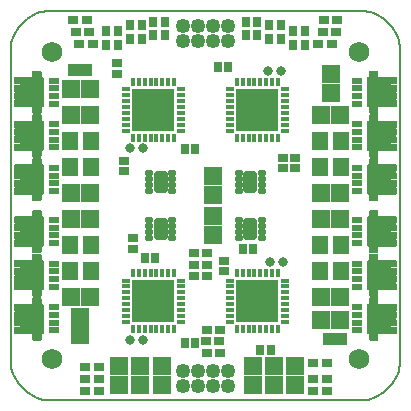
<source format=gbs>
G04*
G04 #@! TF.GenerationSoftware,Altium Limited,Altium Designer,22.11.1 (43)*
G04*
G04 Layer_Color=16711935*
%FSLAX25Y25*%
%MOIN*%
G70*
G04*
G04 #@! TF.SameCoordinates,068BE47B-EC71-4F73-AC5B-A776348265D8*
G04*
G04*
G04 #@! TF.FilePolarity,Negative*
G04*
G01*
G75*
%ADD15C,0.00500*%
%ADD19R,0.03753X0.03162*%
%ADD20R,0.03320X0.03162*%
%ADD21R,0.03162X0.03320*%
%ADD24R,0.03162X0.03753*%
%ADD25R,0.04934X0.03950*%
%ADD26R,0.03359X0.03950*%
%ADD31R,0.03950X0.02139*%
%ADD32R,0.03398X0.02454*%
%ADD34R,0.06312X0.05918*%
%ADD36R,0.05918X0.06312*%
%ADD42C,0.04934*%
%ADD43C,0.06800*%
%ADD87C,0.03300*%
G04:AMPARAMS|DCode=88|XSize=43.43mil|YSize=70.99mil|CornerRadius=4.89mil|HoleSize=0mil|Usage=FLASHONLY|Rotation=0.000|XOffset=0mil|YOffset=0mil|HoleType=Round|Shape=RoundedRectangle|*
%AMROUNDEDRECTD88*
21,1,0.04343,0.06122,0,0,0.0*
21,1,0.03366,0.07099,0,0,0.0*
1,1,0.00977,0.01683,-0.03061*
1,1,0.00977,-0.01683,-0.03061*
1,1,0.00977,-0.01683,0.03061*
1,1,0.00977,0.01683,0.03061*
%
%ADD88ROUNDEDRECTD88*%
G04:AMPARAMS|DCode=89|XSize=27.69mil|YSize=17.84mil|CornerRadius=5.23mil|HoleSize=0mil|Usage=FLASHONLY|Rotation=0.000|XOffset=0mil|YOffset=0mil|HoleType=Round|Shape=RoundedRectangle|*
%AMROUNDEDRECTD89*
21,1,0.02769,0.00738,0,0,0.0*
21,1,0.01722,0.01784,0,0,0.0*
1,1,0.01046,0.00861,-0.00369*
1,1,0.01046,-0.00861,-0.00369*
1,1,0.01046,-0.00861,0.00369*
1,1,0.01046,0.00861,0.00369*
%
%ADD89ROUNDEDRECTD89*%
%ADD90R,0.02764X0.01583*%
%ADD91R,0.01583X0.02764*%
%ADD92R,0.02762X0.01581*%
%ADD93R,0.13983X0.13983*%
%ADD94R,0.01581X0.02762*%
%ADD95R,0.05328X0.06115*%
G36*
X-54987Y-30587D02*
X-54936Y-30597D01*
X-54886Y-30614D01*
X-54839Y-30637D01*
X-54795Y-30666D01*
X-54756Y-30701D01*
X-54721Y-30740D01*
X-54692Y-30784D01*
X-54669Y-30831D01*
X-54652Y-30880D01*
X-54642Y-30932D01*
X-54638Y-30984D01*
Y-32729D01*
X-54331D01*
X-54278Y-32732D01*
X-54227Y-32743D01*
X-54177Y-32760D01*
X-54130Y-32783D01*
X-54087Y-32812D01*
X-54047Y-32847D01*
X-54013Y-32886D01*
X-53984Y-32930D01*
X-53960Y-32976D01*
X-53944Y-33026D01*
X-53933Y-33078D01*
X-53930Y-33130D01*
Y-42461D01*
X-53933Y-42513D01*
X-53944Y-42564D01*
X-53960Y-42614D01*
X-53984Y-42661D01*
X-54013Y-42705D01*
X-54047Y-42744D01*
X-54087Y-42779D01*
X-54130Y-42808D01*
X-54177Y-42831D01*
X-54227Y-42848D01*
X-54278Y-42858D01*
X-54331Y-42862D01*
X-54638D01*
Y-44606D01*
X-54642Y-44659D01*
X-54652Y-44710D01*
X-54669Y-44760D01*
X-54692Y-44807D01*
X-54721Y-44850D01*
X-54756Y-44890D01*
X-54795Y-44924D01*
X-54839Y-44953D01*
X-54886Y-44977D01*
X-54936Y-44993D01*
X-54987Y-45004D01*
X-55039Y-45007D01*
X-57284D01*
X-57336Y-45004D01*
X-57387Y-44993D01*
X-57437Y-44977D01*
X-57484Y-44953D01*
X-57528Y-44924D01*
X-57567Y-44890D01*
X-57601Y-44850D01*
X-57631Y-44807D01*
X-57654Y-44760D01*
X-57671Y-44710D01*
X-57681Y-44659D01*
X-57684Y-44606D01*
Y-42862D01*
X-63386D01*
X-63438Y-42858D01*
X-63490Y-42848D01*
X-63539Y-42831D01*
X-63586Y-42808D01*
X-63630Y-42779D01*
X-63669Y-42744D01*
X-63704Y-42705D01*
X-63733Y-42661D01*
X-63756Y-42614D01*
X-63773Y-42564D01*
X-63783Y-42513D01*
X-63787Y-42461D01*
Y-40807D01*
X-63783Y-40755D01*
X-63773Y-40703D01*
X-63756Y-40654D01*
X-63733Y-40607D01*
X-63704Y-40563D01*
X-63669Y-40524D01*
X-63630Y-40489D01*
X-63586Y-40460D01*
X-63539Y-40437D01*
X-63490Y-40420D01*
X-63438Y-40410D01*
X-63386Y-40406D01*
X-61936D01*
Y-40302D01*
X-63386D01*
X-63438Y-40299D01*
X-63490Y-40289D01*
X-63539Y-40272D01*
X-63586Y-40249D01*
X-63630Y-40220D01*
X-63669Y-40185D01*
X-63704Y-40146D01*
X-63733Y-40102D01*
X-63756Y-40055D01*
X-63773Y-40005D01*
X-63783Y-39954D01*
X-63787Y-39902D01*
Y-38248D01*
X-63783Y-38196D01*
X-63773Y-38144D01*
X-63756Y-38095D01*
X-63733Y-38048D01*
X-63704Y-38004D01*
X-63669Y-37965D01*
X-63630Y-37930D01*
X-63586Y-37901D01*
X-63539Y-37878D01*
X-63490Y-37861D01*
X-63438Y-37851D01*
X-63386Y-37847D01*
X-61936D01*
Y-37743D01*
X-63386D01*
X-63438Y-37740D01*
X-63490Y-37730D01*
X-63539Y-37713D01*
X-63586Y-37690D01*
X-63630Y-37661D01*
X-63669Y-37626D01*
X-63704Y-37587D01*
X-63733Y-37543D01*
X-63756Y-37496D01*
X-63773Y-37446D01*
X-63783Y-37395D01*
X-63787Y-37343D01*
Y-35689D01*
X-63783Y-35637D01*
X-63773Y-35585D01*
X-63756Y-35536D01*
X-63733Y-35489D01*
X-63704Y-35445D01*
X-63669Y-35405D01*
X-63630Y-35371D01*
X-63586Y-35342D01*
X-63539Y-35319D01*
X-63490Y-35302D01*
X-63438Y-35292D01*
X-63386Y-35288D01*
X-61936D01*
Y-35184D01*
X-63386D01*
X-63438Y-35181D01*
X-63490Y-35171D01*
X-63539Y-35154D01*
X-63586Y-35131D01*
X-63630Y-35102D01*
X-63669Y-35067D01*
X-63704Y-35028D01*
X-63733Y-34984D01*
X-63756Y-34937D01*
X-63773Y-34887D01*
X-63783Y-34836D01*
X-63787Y-34784D01*
Y-33130D01*
X-63783Y-33078D01*
X-63773Y-33026D01*
X-63756Y-32976D01*
X-63733Y-32930D01*
X-63704Y-32886D01*
X-63669Y-32847D01*
X-63630Y-32812D01*
X-63586Y-32783D01*
X-63539Y-32760D01*
X-63490Y-32743D01*
X-63438Y-32732D01*
X-63386Y-32729D01*
X-57684D01*
Y-30984D01*
X-57681Y-30932D01*
X-57671Y-30880D01*
X-57654Y-30831D01*
X-57631Y-30784D01*
X-57601Y-30740D01*
X-57567Y-30701D01*
X-57528Y-30666D01*
X-57484Y-30637D01*
X-57437Y-30614D01*
X-57387Y-30597D01*
X-57336Y-30587D01*
X-57284Y-30583D01*
X-55039D01*
X-54987Y-30587D01*
D02*
G37*
G36*
Y-16020D02*
X-54936Y-16030D01*
X-54886Y-16047D01*
X-54839Y-16070D01*
X-54795Y-16099D01*
X-54756Y-16134D01*
X-54721Y-16173D01*
X-54692Y-16217D01*
X-54669Y-16264D01*
X-54652Y-16314D01*
X-54642Y-16365D01*
X-54638Y-16417D01*
Y-18162D01*
X-54331D01*
X-54278Y-18166D01*
X-54227Y-18176D01*
X-54177Y-18193D01*
X-54130Y-18216D01*
X-54087Y-18245D01*
X-54047Y-18280D01*
X-54013Y-18319D01*
X-53984Y-18363D01*
X-53960Y-18410D01*
X-53944Y-18459D01*
X-53933Y-18511D01*
X-53930Y-18563D01*
Y-27894D01*
X-53933Y-27946D01*
X-53944Y-27997D01*
X-53960Y-28047D01*
X-53984Y-28094D01*
X-54013Y-28138D01*
X-54047Y-28177D01*
X-54087Y-28212D01*
X-54130Y-28241D01*
X-54177Y-28264D01*
X-54227Y-28281D01*
X-54278Y-28291D01*
X-54331Y-28295D01*
X-54638D01*
Y-30039D01*
X-54642Y-30092D01*
X-54652Y-30143D01*
X-54669Y-30193D01*
X-54692Y-30240D01*
X-54721Y-30283D01*
X-54756Y-30323D01*
X-54795Y-30357D01*
X-54839Y-30386D01*
X-54886Y-30410D01*
X-54936Y-30427D01*
X-54987Y-30437D01*
X-55039Y-30440D01*
X-57284D01*
X-57336Y-30437D01*
X-57387Y-30427D01*
X-57437Y-30410D01*
X-57484Y-30386D01*
X-57528Y-30357D01*
X-57567Y-30323D01*
X-57601Y-30283D01*
X-57631Y-30240D01*
X-57654Y-30193D01*
X-57671Y-30143D01*
X-57681Y-30092D01*
X-57684Y-30039D01*
Y-28295D01*
X-63386D01*
X-63438Y-28291D01*
X-63490Y-28281D01*
X-63539Y-28264D01*
X-63586Y-28241D01*
X-63630Y-28212D01*
X-63669Y-28177D01*
X-63704Y-28138D01*
X-63733Y-28094D01*
X-63756Y-28047D01*
X-63773Y-27997D01*
X-63783Y-27946D01*
X-63787Y-27894D01*
Y-26240D01*
X-63783Y-26188D01*
X-63773Y-26136D01*
X-63756Y-26087D01*
X-63733Y-26040D01*
X-63704Y-25996D01*
X-63669Y-25957D01*
X-63630Y-25922D01*
X-63586Y-25893D01*
X-63539Y-25870D01*
X-63490Y-25853D01*
X-63438Y-25843D01*
X-63386Y-25839D01*
X-61936D01*
Y-25736D01*
X-63386D01*
X-63438Y-25732D01*
X-63490Y-25722D01*
X-63539Y-25705D01*
X-63586Y-25682D01*
X-63630Y-25653D01*
X-63669Y-25618D01*
X-63704Y-25579D01*
X-63733Y-25535D01*
X-63756Y-25488D01*
X-63773Y-25438D01*
X-63783Y-25387D01*
X-63787Y-25335D01*
Y-23681D01*
X-63783Y-23629D01*
X-63773Y-23577D01*
X-63756Y-23528D01*
X-63733Y-23481D01*
X-63704Y-23437D01*
X-63669Y-23398D01*
X-63630Y-23363D01*
X-63586Y-23334D01*
X-63539Y-23311D01*
X-63490Y-23294D01*
X-63438Y-23284D01*
X-63386Y-23280D01*
X-61936D01*
Y-23176D01*
X-63386D01*
X-63438Y-23173D01*
X-63490Y-23163D01*
X-63539Y-23146D01*
X-63586Y-23123D01*
X-63630Y-23094D01*
X-63669Y-23059D01*
X-63704Y-23020D01*
X-63733Y-22976D01*
X-63756Y-22929D01*
X-63773Y-22879D01*
X-63783Y-22828D01*
X-63787Y-22776D01*
Y-21122D01*
X-63783Y-21070D01*
X-63773Y-21018D01*
X-63756Y-20969D01*
X-63733Y-20922D01*
X-63704Y-20878D01*
X-63669Y-20839D01*
X-63630Y-20804D01*
X-63586Y-20775D01*
X-63539Y-20752D01*
X-63490Y-20735D01*
X-63438Y-20725D01*
X-63386Y-20721D01*
X-61936D01*
Y-20617D01*
X-63386D01*
X-63438Y-20614D01*
X-63490Y-20604D01*
X-63539Y-20587D01*
X-63586Y-20564D01*
X-63630Y-20535D01*
X-63669Y-20500D01*
X-63704Y-20461D01*
X-63733Y-20417D01*
X-63756Y-20370D01*
X-63773Y-20320D01*
X-63783Y-20269D01*
X-63787Y-20216D01*
Y-18563D01*
X-63783Y-18511D01*
X-63773Y-18459D01*
X-63756Y-18410D01*
X-63733Y-18363D01*
X-63704Y-18319D01*
X-63669Y-18280D01*
X-63630Y-18245D01*
X-63586Y-18216D01*
X-63539Y-18193D01*
X-63490Y-18176D01*
X-63438Y-18166D01*
X-63386Y-18162D01*
X-57684D01*
Y-16417D01*
X-57681Y-16365D01*
X-57671Y-16314D01*
X-57654Y-16264D01*
X-57631Y-16217D01*
X-57601Y-16173D01*
X-57567Y-16134D01*
X-57528Y-16099D01*
X-57484Y-16070D01*
X-57437Y-16047D01*
X-57387Y-16030D01*
X-57336Y-16020D01*
X-57284Y-16016D01*
X-55039D01*
X-54987Y-16020D01*
D02*
G37*
G36*
Y-1453D02*
X-54936Y-1463D01*
X-54886Y-1480D01*
X-54839Y-1503D01*
X-54795Y-1532D01*
X-54756Y-1567D01*
X-54721Y-1606D01*
X-54692Y-1650D01*
X-54669Y-1697D01*
X-54652Y-1747D01*
X-54642Y-1798D01*
X-54638Y-1850D01*
Y-3595D01*
X-54331D01*
X-54278Y-3599D01*
X-54227Y-3609D01*
X-54177Y-3626D01*
X-54130Y-3649D01*
X-54087Y-3678D01*
X-54047Y-3713D01*
X-54013Y-3752D01*
X-53984Y-3796D01*
X-53960Y-3843D01*
X-53944Y-3892D01*
X-53933Y-3944D01*
X-53930Y-3996D01*
Y-13327D01*
X-53933Y-13379D01*
X-53944Y-13431D01*
X-53960Y-13480D01*
X-53984Y-13527D01*
X-54013Y-13571D01*
X-54047Y-13610D01*
X-54087Y-13645D01*
X-54130Y-13674D01*
X-54177Y-13697D01*
X-54227Y-13714D01*
X-54278Y-13724D01*
X-54331Y-13728D01*
X-54638D01*
Y-15472D01*
X-54642Y-15525D01*
X-54652Y-15576D01*
X-54669Y-15626D01*
X-54692Y-15673D01*
X-54721Y-15717D01*
X-54756Y-15756D01*
X-54795Y-15790D01*
X-54839Y-15820D01*
X-54886Y-15843D01*
X-54936Y-15860D01*
X-54987Y-15870D01*
X-55039Y-15873D01*
X-57284D01*
X-57336Y-15870D01*
X-57387Y-15860D01*
X-57437Y-15843D01*
X-57484Y-15820D01*
X-57528Y-15790D01*
X-57567Y-15756D01*
X-57601Y-15717D01*
X-57631Y-15673D01*
X-57654Y-15626D01*
X-57671Y-15576D01*
X-57681Y-15525D01*
X-57684Y-15472D01*
Y-13728D01*
X-63386D01*
X-63438Y-13724D01*
X-63490Y-13714D01*
X-63539Y-13697D01*
X-63586Y-13674D01*
X-63630Y-13645D01*
X-63669Y-13610D01*
X-63704Y-13571D01*
X-63733Y-13527D01*
X-63756Y-13480D01*
X-63773Y-13431D01*
X-63783Y-13379D01*
X-63787Y-13327D01*
Y-11673D01*
X-63783Y-11621D01*
X-63773Y-11569D01*
X-63756Y-11520D01*
X-63733Y-11473D01*
X-63704Y-11429D01*
X-63669Y-11390D01*
X-63630Y-11355D01*
X-63586Y-11326D01*
X-63539Y-11303D01*
X-63490Y-11286D01*
X-63438Y-11276D01*
X-63386Y-11272D01*
X-61936D01*
Y-11169D01*
X-63386D01*
X-63438Y-11165D01*
X-63490Y-11155D01*
X-63539Y-11138D01*
X-63586Y-11115D01*
X-63630Y-11086D01*
X-63669Y-11051D01*
X-63704Y-11012D01*
X-63733Y-10968D01*
X-63756Y-10921D01*
X-63773Y-10871D01*
X-63783Y-10820D01*
X-63787Y-10768D01*
Y-9114D01*
X-63783Y-9062D01*
X-63773Y-9010D01*
X-63756Y-8961D01*
X-63733Y-8914D01*
X-63704Y-8870D01*
X-63669Y-8831D01*
X-63630Y-8796D01*
X-63586Y-8767D01*
X-63539Y-8744D01*
X-63490Y-8727D01*
X-63438Y-8717D01*
X-63386Y-8713D01*
X-61936D01*
Y-8609D01*
X-63386D01*
X-63438Y-8606D01*
X-63490Y-8596D01*
X-63539Y-8579D01*
X-63586Y-8556D01*
X-63630Y-8527D01*
X-63669Y-8492D01*
X-63704Y-8453D01*
X-63733Y-8409D01*
X-63756Y-8362D01*
X-63773Y-8312D01*
X-63783Y-8261D01*
X-63787Y-8209D01*
Y-6555D01*
X-63783Y-6503D01*
X-63773Y-6451D01*
X-63756Y-6402D01*
X-63733Y-6355D01*
X-63704Y-6311D01*
X-63669Y-6272D01*
X-63630Y-6237D01*
X-63586Y-6208D01*
X-63539Y-6185D01*
X-63490Y-6168D01*
X-63438Y-6158D01*
X-63386Y-6154D01*
X-61936D01*
Y-6050D01*
X-63386D01*
X-63438Y-6047D01*
X-63490Y-6037D01*
X-63539Y-6020D01*
X-63586Y-5997D01*
X-63630Y-5968D01*
X-63669Y-5933D01*
X-63704Y-5894D01*
X-63733Y-5850D01*
X-63756Y-5803D01*
X-63773Y-5753D01*
X-63783Y-5702D01*
X-63787Y-5650D01*
Y-3996D01*
X-63783Y-3944D01*
X-63773Y-3892D01*
X-63756Y-3843D01*
X-63733Y-3796D01*
X-63704Y-3752D01*
X-63669Y-3713D01*
X-63630Y-3678D01*
X-63586Y-3649D01*
X-63539Y-3626D01*
X-63490Y-3609D01*
X-63438Y-3599D01*
X-63386Y-3595D01*
X-57684D01*
Y-1850D01*
X-57681Y-1798D01*
X-57671Y-1747D01*
X-57654Y-1697D01*
X-57631Y-1650D01*
X-57601Y-1606D01*
X-57567Y-1567D01*
X-57528Y-1532D01*
X-57484Y-1503D01*
X-57437Y-1480D01*
X-57387Y-1463D01*
X-57336Y-1453D01*
X-57284Y-1450D01*
X-55039D01*
X-54987Y-1453D01*
D02*
G37*
G36*
Y15870D02*
X-54936Y15860D01*
X-54886Y15843D01*
X-54839Y15820D01*
X-54795Y15790D01*
X-54756Y15756D01*
X-54721Y15717D01*
X-54692Y15673D01*
X-54669Y15626D01*
X-54652Y15576D01*
X-54642Y15525D01*
X-54638Y15472D01*
Y13728D01*
X-54331D01*
X-54278Y13724D01*
X-54227Y13714D01*
X-54177Y13697D01*
X-54130Y13674D01*
X-54087Y13645D01*
X-54047Y13610D01*
X-54013Y13571D01*
X-53984Y13527D01*
X-53960Y13480D01*
X-53944Y13431D01*
X-53933Y13379D01*
X-53930Y13327D01*
Y3996D01*
X-53933Y3944D01*
X-53944Y3892D01*
X-53960Y3843D01*
X-53984Y3796D01*
X-54013Y3752D01*
X-54047Y3713D01*
X-54087Y3678D01*
X-54130Y3649D01*
X-54177Y3626D01*
X-54227Y3609D01*
X-54278Y3599D01*
X-54331Y3595D01*
X-54638D01*
Y1850D01*
X-54642Y1798D01*
X-54652Y1747D01*
X-54669Y1697D01*
X-54692Y1650D01*
X-54721Y1606D01*
X-54756Y1567D01*
X-54795Y1532D01*
X-54839Y1503D01*
X-54886Y1480D01*
X-54936Y1463D01*
X-54987Y1453D01*
X-55039Y1450D01*
X-57284D01*
X-57336Y1453D01*
X-57387Y1463D01*
X-57437Y1480D01*
X-57484Y1503D01*
X-57528Y1532D01*
X-57567Y1567D01*
X-57601Y1606D01*
X-57631Y1650D01*
X-57654Y1697D01*
X-57671Y1747D01*
X-57681Y1798D01*
X-57684Y1850D01*
Y3595D01*
X-63386D01*
X-63438Y3599D01*
X-63490Y3609D01*
X-63539Y3626D01*
X-63586Y3649D01*
X-63630Y3678D01*
X-63669Y3713D01*
X-63704Y3752D01*
X-63733Y3796D01*
X-63756Y3843D01*
X-63773Y3892D01*
X-63783Y3944D01*
X-63787Y3996D01*
Y5650D01*
X-63783Y5702D01*
X-63773Y5753D01*
X-63756Y5803D01*
X-63733Y5850D01*
X-63704Y5894D01*
X-63669Y5933D01*
X-63630Y5968D01*
X-63586Y5997D01*
X-63539Y6020D01*
X-63490Y6037D01*
X-63438Y6047D01*
X-63386Y6050D01*
X-61936D01*
Y6154D01*
X-63386D01*
X-63438Y6158D01*
X-63490Y6168D01*
X-63539Y6185D01*
X-63586Y6208D01*
X-63630Y6237D01*
X-63669Y6272D01*
X-63704Y6311D01*
X-63733Y6355D01*
X-63756Y6402D01*
X-63773Y6451D01*
X-63783Y6503D01*
X-63787Y6555D01*
Y8209D01*
X-63783Y8261D01*
X-63773Y8312D01*
X-63756Y8362D01*
X-63733Y8409D01*
X-63704Y8453D01*
X-63669Y8492D01*
X-63630Y8527D01*
X-63586Y8556D01*
X-63539Y8579D01*
X-63490Y8596D01*
X-63438Y8606D01*
X-63386Y8609D01*
X-61936D01*
Y8713D01*
X-63386D01*
X-63438Y8717D01*
X-63490Y8727D01*
X-63539Y8744D01*
X-63586Y8767D01*
X-63630Y8796D01*
X-63669Y8831D01*
X-63704Y8870D01*
X-63733Y8914D01*
X-63756Y8961D01*
X-63773Y9010D01*
X-63783Y9062D01*
X-63787Y9114D01*
Y10768D01*
X-63783Y10820D01*
X-63773Y10871D01*
X-63756Y10921D01*
X-63733Y10968D01*
X-63704Y11012D01*
X-63669Y11051D01*
X-63630Y11086D01*
X-63586Y11115D01*
X-63539Y11138D01*
X-63490Y11155D01*
X-63438Y11165D01*
X-63386Y11169D01*
X-61936D01*
Y11272D01*
X-63386D01*
X-63438Y11276D01*
X-63490Y11286D01*
X-63539Y11303D01*
X-63586Y11326D01*
X-63630Y11355D01*
X-63669Y11390D01*
X-63704Y11429D01*
X-63733Y11473D01*
X-63756Y11520D01*
X-63773Y11569D01*
X-63783Y11621D01*
X-63787Y11673D01*
Y13327D01*
X-63783Y13379D01*
X-63773Y13431D01*
X-63756Y13480D01*
X-63733Y13527D01*
X-63704Y13571D01*
X-63669Y13610D01*
X-63630Y13645D01*
X-63586Y13674D01*
X-63539Y13697D01*
X-63490Y13714D01*
X-63438Y13724D01*
X-63386Y13728D01*
X-57684D01*
Y15472D01*
X-57681Y15525D01*
X-57671Y15576D01*
X-57654Y15626D01*
X-57631Y15673D01*
X-57601Y15717D01*
X-57567Y15756D01*
X-57528Y15790D01*
X-57484Y15820D01*
X-57437Y15843D01*
X-57387Y15860D01*
X-57336Y15870D01*
X-57284Y15873D01*
X-55039D01*
X-54987Y15870D01*
D02*
G37*
G36*
Y30437D02*
X-54936Y30427D01*
X-54886Y30410D01*
X-54839Y30386D01*
X-54795Y30357D01*
X-54756Y30323D01*
X-54721Y30283D01*
X-54692Y30240D01*
X-54669Y30193D01*
X-54652Y30143D01*
X-54642Y30092D01*
X-54638Y30039D01*
Y28295D01*
X-54331D01*
X-54278Y28291D01*
X-54227Y28281D01*
X-54177Y28264D01*
X-54130Y28241D01*
X-54087Y28212D01*
X-54047Y28177D01*
X-54013Y28138D01*
X-53984Y28094D01*
X-53960Y28047D01*
X-53944Y27997D01*
X-53933Y27946D01*
X-53930Y27894D01*
Y18563D01*
X-53933Y18511D01*
X-53944Y18459D01*
X-53960Y18410D01*
X-53984Y18363D01*
X-54013Y18319D01*
X-54047Y18280D01*
X-54087Y18245D01*
X-54130Y18216D01*
X-54177Y18193D01*
X-54227Y18176D01*
X-54278Y18166D01*
X-54331Y18162D01*
X-54638D01*
Y16417D01*
X-54642Y16365D01*
X-54652Y16314D01*
X-54669Y16264D01*
X-54692Y16217D01*
X-54721Y16173D01*
X-54756Y16134D01*
X-54795Y16099D01*
X-54839Y16070D01*
X-54886Y16047D01*
X-54936Y16030D01*
X-54987Y16020D01*
X-55039Y16016D01*
X-57284D01*
X-57336Y16020D01*
X-57387Y16030D01*
X-57437Y16047D01*
X-57484Y16070D01*
X-57528Y16099D01*
X-57567Y16134D01*
X-57601Y16173D01*
X-57631Y16217D01*
X-57654Y16264D01*
X-57671Y16314D01*
X-57681Y16365D01*
X-57684Y16417D01*
Y18162D01*
X-63386D01*
X-63438Y18166D01*
X-63490Y18176D01*
X-63539Y18193D01*
X-63586Y18216D01*
X-63630Y18245D01*
X-63669Y18280D01*
X-63704Y18319D01*
X-63733Y18363D01*
X-63756Y18410D01*
X-63773Y18459D01*
X-63783Y18511D01*
X-63787Y18563D01*
Y20216D01*
X-63783Y20269D01*
X-63773Y20320D01*
X-63756Y20370D01*
X-63733Y20417D01*
X-63704Y20461D01*
X-63669Y20500D01*
X-63630Y20535D01*
X-63586Y20564D01*
X-63539Y20587D01*
X-63490Y20604D01*
X-63438Y20614D01*
X-63386Y20617D01*
X-61936D01*
Y20721D01*
X-63386D01*
X-63438Y20725D01*
X-63490Y20735D01*
X-63539Y20752D01*
X-63586Y20775D01*
X-63630Y20804D01*
X-63669Y20839D01*
X-63704Y20878D01*
X-63733Y20922D01*
X-63756Y20969D01*
X-63773Y21018D01*
X-63783Y21070D01*
X-63787Y21122D01*
Y22776D01*
X-63783Y22828D01*
X-63773Y22879D01*
X-63756Y22929D01*
X-63733Y22976D01*
X-63704Y23020D01*
X-63669Y23059D01*
X-63630Y23094D01*
X-63586Y23123D01*
X-63539Y23146D01*
X-63490Y23163D01*
X-63438Y23173D01*
X-63386Y23176D01*
X-61936D01*
Y23280D01*
X-63386D01*
X-63438Y23284D01*
X-63490Y23294D01*
X-63539Y23311D01*
X-63586Y23334D01*
X-63630Y23363D01*
X-63669Y23398D01*
X-63704Y23437D01*
X-63733Y23481D01*
X-63756Y23528D01*
X-63773Y23577D01*
X-63783Y23629D01*
X-63787Y23681D01*
Y25335D01*
X-63783Y25387D01*
X-63773Y25438D01*
X-63756Y25488D01*
X-63733Y25535D01*
X-63704Y25579D01*
X-63669Y25618D01*
X-63630Y25653D01*
X-63586Y25682D01*
X-63539Y25705D01*
X-63490Y25722D01*
X-63438Y25732D01*
X-63386Y25736D01*
X-61936D01*
Y25839D01*
X-63386D01*
X-63438Y25843D01*
X-63490Y25853D01*
X-63539Y25870D01*
X-63586Y25893D01*
X-63630Y25922D01*
X-63669Y25957D01*
X-63704Y25996D01*
X-63733Y26040D01*
X-63756Y26087D01*
X-63773Y26136D01*
X-63783Y26188D01*
X-63787Y26240D01*
Y27894D01*
X-63783Y27946D01*
X-63773Y27997D01*
X-63756Y28047D01*
X-63733Y28094D01*
X-63704Y28138D01*
X-63669Y28177D01*
X-63630Y28212D01*
X-63586Y28241D01*
X-63539Y28264D01*
X-63490Y28281D01*
X-63438Y28291D01*
X-63386Y28295D01*
X-57684D01*
Y30039D01*
X-57681Y30092D01*
X-57671Y30143D01*
X-57654Y30193D01*
X-57631Y30240D01*
X-57601Y30283D01*
X-57567Y30323D01*
X-57528Y30357D01*
X-57484Y30386D01*
X-57437Y30410D01*
X-57387Y30427D01*
X-57336Y30437D01*
X-57284Y30440D01*
X-55039D01*
X-54987Y30437D01*
D02*
G37*
G36*
Y45004D02*
X-54936Y44993D01*
X-54886Y44977D01*
X-54839Y44953D01*
X-54795Y44924D01*
X-54756Y44890D01*
X-54721Y44850D01*
X-54692Y44807D01*
X-54669Y44760D01*
X-54652Y44710D01*
X-54642Y44659D01*
X-54638Y44606D01*
Y42862D01*
X-54331D01*
X-54278Y42858D01*
X-54227Y42848D01*
X-54177Y42831D01*
X-54130Y42808D01*
X-54087Y42779D01*
X-54047Y42744D01*
X-54013Y42705D01*
X-53984Y42661D01*
X-53960Y42614D01*
X-53944Y42564D01*
X-53933Y42513D01*
X-53930Y42461D01*
Y33130D01*
X-53933Y33078D01*
X-53944Y33026D01*
X-53960Y32976D01*
X-53984Y32930D01*
X-54013Y32886D01*
X-54047Y32847D01*
X-54087Y32812D01*
X-54130Y32783D01*
X-54177Y32760D01*
X-54227Y32743D01*
X-54278Y32732D01*
X-54331Y32729D01*
X-54638D01*
Y30984D01*
X-54642Y30932D01*
X-54652Y30880D01*
X-54669Y30831D01*
X-54692Y30784D01*
X-54721Y30740D01*
X-54756Y30701D01*
X-54795Y30666D01*
X-54839Y30637D01*
X-54886Y30614D01*
X-54936Y30597D01*
X-54987Y30587D01*
X-55039Y30583D01*
X-57284D01*
X-57336Y30587D01*
X-57387Y30597D01*
X-57437Y30614D01*
X-57484Y30637D01*
X-57528Y30666D01*
X-57567Y30701D01*
X-57601Y30740D01*
X-57631Y30784D01*
X-57654Y30831D01*
X-57671Y30880D01*
X-57681Y30932D01*
X-57684Y30984D01*
Y32729D01*
X-63386D01*
X-63438Y32732D01*
X-63490Y32743D01*
X-63539Y32760D01*
X-63586Y32783D01*
X-63630Y32812D01*
X-63669Y32847D01*
X-63704Y32886D01*
X-63733Y32930D01*
X-63756Y32976D01*
X-63773Y33026D01*
X-63783Y33078D01*
X-63787Y33130D01*
Y34784D01*
X-63783Y34836D01*
X-63773Y34887D01*
X-63756Y34937D01*
X-63733Y34984D01*
X-63704Y35028D01*
X-63669Y35067D01*
X-63630Y35102D01*
X-63586Y35131D01*
X-63539Y35154D01*
X-63490Y35171D01*
X-63438Y35181D01*
X-63386Y35184D01*
X-61936D01*
Y35288D01*
X-63386D01*
X-63438Y35292D01*
X-63490Y35302D01*
X-63539Y35319D01*
X-63586Y35342D01*
X-63630Y35371D01*
X-63669Y35405D01*
X-63704Y35445D01*
X-63733Y35489D01*
X-63756Y35536D01*
X-63773Y35585D01*
X-63783Y35637D01*
X-63787Y35689D01*
Y37343D01*
X-63783Y37395D01*
X-63773Y37446D01*
X-63756Y37496D01*
X-63733Y37543D01*
X-63704Y37587D01*
X-63669Y37626D01*
X-63630Y37661D01*
X-63586Y37690D01*
X-63539Y37713D01*
X-63490Y37730D01*
X-63438Y37740D01*
X-63386Y37743D01*
X-61936D01*
Y37847D01*
X-63386D01*
X-63438Y37851D01*
X-63490Y37861D01*
X-63539Y37878D01*
X-63586Y37901D01*
X-63630Y37930D01*
X-63669Y37965D01*
X-63704Y38004D01*
X-63733Y38048D01*
X-63756Y38095D01*
X-63773Y38144D01*
X-63783Y38196D01*
X-63787Y38248D01*
Y39902D01*
X-63783Y39954D01*
X-63773Y40005D01*
X-63756Y40055D01*
X-63733Y40102D01*
X-63704Y40146D01*
X-63669Y40185D01*
X-63630Y40220D01*
X-63586Y40249D01*
X-63539Y40272D01*
X-63490Y40289D01*
X-63438Y40299D01*
X-63386Y40302D01*
X-61936D01*
Y40406D01*
X-63386D01*
X-63438Y40410D01*
X-63490Y40420D01*
X-63539Y40437D01*
X-63586Y40460D01*
X-63630Y40489D01*
X-63669Y40524D01*
X-63704Y40563D01*
X-63733Y40607D01*
X-63756Y40654D01*
X-63773Y40703D01*
X-63783Y40755D01*
X-63787Y40807D01*
Y42461D01*
X-63783Y42513D01*
X-63773Y42564D01*
X-63756Y42614D01*
X-63733Y42661D01*
X-63704Y42705D01*
X-63669Y42744D01*
X-63630Y42779D01*
X-63586Y42808D01*
X-63539Y42831D01*
X-63490Y42848D01*
X-63438Y42858D01*
X-63386Y42862D01*
X-57684D01*
Y44606D01*
X-57681Y44659D01*
X-57671Y44710D01*
X-57654Y44760D01*
X-57631Y44807D01*
X-57601Y44850D01*
X-57567Y44890D01*
X-57528Y44924D01*
X-57484Y44953D01*
X-57437Y44977D01*
X-57387Y44993D01*
X-57336Y45004D01*
X-57284Y45007D01*
X-55039D01*
X-54987Y45004D01*
D02*
G37*
G36*
X57336Y-30587D02*
X57387Y-30597D01*
X57437Y-30614D01*
X57484Y-30637D01*
X57528Y-30666D01*
X57567Y-30701D01*
X57601Y-30740D01*
X57631Y-30784D01*
X57654Y-30831D01*
X57671Y-30880D01*
X57681Y-30932D01*
X57684Y-30984D01*
Y-32729D01*
X63386D01*
X63438Y-32732D01*
X63490Y-32743D01*
X63539Y-32760D01*
X63586Y-32783D01*
X63630Y-32812D01*
X63669Y-32847D01*
X63704Y-32886D01*
X63733Y-32930D01*
X63756Y-32976D01*
X63773Y-33026D01*
X63783Y-33078D01*
X63787Y-33130D01*
Y-34784D01*
X63783Y-34836D01*
X63773Y-34887D01*
X63756Y-34937D01*
X63733Y-34984D01*
X63704Y-35028D01*
X63669Y-35067D01*
X63630Y-35102D01*
X63586Y-35131D01*
X63539Y-35154D01*
X63490Y-35171D01*
X63438Y-35181D01*
X63386Y-35184D01*
X61936D01*
Y-35288D01*
X63386D01*
X63438Y-35292D01*
X63490Y-35302D01*
X63539Y-35319D01*
X63586Y-35342D01*
X63630Y-35371D01*
X63669Y-35405D01*
X63704Y-35445D01*
X63733Y-35489D01*
X63756Y-35536D01*
X63773Y-35585D01*
X63783Y-35637D01*
X63787Y-35689D01*
Y-37343D01*
X63783Y-37395D01*
X63773Y-37446D01*
X63756Y-37496D01*
X63733Y-37543D01*
X63704Y-37587D01*
X63669Y-37626D01*
X63630Y-37661D01*
X63586Y-37690D01*
X63539Y-37713D01*
X63490Y-37730D01*
X63438Y-37740D01*
X63386Y-37743D01*
X61936D01*
Y-37847D01*
X63386D01*
X63438Y-37851D01*
X63490Y-37861D01*
X63539Y-37878D01*
X63586Y-37901D01*
X63630Y-37930D01*
X63669Y-37965D01*
X63704Y-38004D01*
X63733Y-38048D01*
X63756Y-38095D01*
X63773Y-38144D01*
X63783Y-38196D01*
X63787Y-38248D01*
Y-39902D01*
X63783Y-39954D01*
X63773Y-40005D01*
X63756Y-40055D01*
X63733Y-40102D01*
X63704Y-40146D01*
X63669Y-40185D01*
X63630Y-40220D01*
X63586Y-40249D01*
X63539Y-40272D01*
X63490Y-40289D01*
X63438Y-40299D01*
X63386Y-40302D01*
X61936D01*
Y-40406D01*
X63386D01*
X63438Y-40410D01*
X63490Y-40420D01*
X63539Y-40437D01*
X63586Y-40460D01*
X63630Y-40489D01*
X63669Y-40524D01*
X63704Y-40563D01*
X63733Y-40607D01*
X63756Y-40654D01*
X63773Y-40703D01*
X63783Y-40755D01*
X63787Y-40807D01*
Y-42461D01*
X63783Y-42513D01*
X63773Y-42564D01*
X63756Y-42614D01*
X63733Y-42661D01*
X63704Y-42705D01*
X63669Y-42744D01*
X63630Y-42779D01*
X63586Y-42808D01*
X63539Y-42831D01*
X63490Y-42848D01*
X63438Y-42858D01*
X63386Y-42862D01*
X57684D01*
Y-44606D01*
X57681Y-44659D01*
X57671Y-44710D01*
X57654Y-44760D01*
X57631Y-44807D01*
X57601Y-44850D01*
X57567Y-44890D01*
X57528Y-44924D01*
X57484Y-44953D01*
X57437Y-44977D01*
X57387Y-44993D01*
X57336Y-45004D01*
X57284Y-45007D01*
X55039D01*
X54987Y-45004D01*
X54936Y-44993D01*
X54886Y-44977D01*
X54839Y-44953D01*
X54795Y-44924D01*
X54756Y-44890D01*
X54721Y-44850D01*
X54692Y-44807D01*
X54669Y-44760D01*
X54652Y-44710D01*
X54642Y-44659D01*
X54638Y-44606D01*
Y-42862D01*
X54331D01*
X54278Y-42858D01*
X54227Y-42848D01*
X54177Y-42831D01*
X54130Y-42808D01*
X54087Y-42779D01*
X54047Y-42744D01*
X54013Y-42705D01*
X53984Y-42661D01*
X53960Y-42614D01*
X53944Y-42564D01*
X53933Y-42513D01*
X53930Y-42461D01*
Y-33130D01*
X53933Y-33078D01*
X53944Y-33026D01*
X53960Y-32976D01*
X53984Y-32930D01*
X54013Y-32886D01*
X54047Y-32847D01*
X54087Y-32812D01*
X54130Y-32783D01*
X54177Y-32760D01*
X54227Y-32743D01*
X54278Y-32732D01*
X54331Y-32729D01*
X54638D01*
Y-30984D01*
X54642Y-30932D01*
X54652Y-30880D01*
X54669Y-30831D01*
X54692Y-30784D01*
X54721Y-30740D01*
X54756Y-30701D01*
X54795Y-30666D01*
X54839Y-30637D01*
X54886Y-30614D01*
X54936Y-30597D01*
X54987Y-30587D01*
X55039Y-30583D01*
X57284D01*
X57336Y-30587D01*
D02*
G37*
G36*
Y-16020D02*
X57387Y-16030D01*
X57437Y-16047D01*
X57484Y-16070D01*
X57528Y-16099D01*
X57567Y-16134D01*
X57601Y-16173D01*
X57631Y-16217D01*
X57654Y-16264D01*
X57671Y-16314D01*
X57681Y-16365D01*
X57684Y-16417D01*
Y-18162D01*
X63386D01*
X63438Y-18166D01*
X63490Y-18176D01*
X63539Y-18193D01*
X63586Y-18216D01*
X63630Y-18245D01*
X63669Y-18280D01*
X63704Y-18319D01*
X63733Y-18363D01*
X63756Y-18410D01*
X63773Y-18459D01*
X63783Y-18511D01*
X63787Y-18563D01*
Y-20216D01*
X63783Y-20269D01*
X63773Y-20320D01*
X63756Y-20370D01*
X63733Y-20417D01*
X63704Y-20461D01*
X63669Y-20500D01*
X63630Y-20535D01*
X63586Y-20564D01*
X63539Y-20587D01*
X63490Y-20604D01*
X63438Y-20614D01*
X63386Y-20617D01*
X61936D01*
Y-20721D01*
X63386D01*
X63438Y-20725D01*
X63490Y-20735D01*
X63539Y-20752D01*
X63586Y-20775D01*
X63630Y-20804D01*
X63669Y-20839D01*
X63704Y-20878D01*
X63733Y-20922D01*
X63756Y-20969D01*
X63773Y-21018D01*
X63783Y-21070D01*
X63787Y-21122D01*
Y-22776D01*
X63783Y-22828D01*
X63773Y-22879D01*
X63756Y-22929D01*
X63733Y-22976D01*
X63704Y-23020D01*
X63669Y-23059D01*
X63630Y-23094D01*
X63586Y-23123D01*
X63539Y-23146D01*
X63490Y-23163D01*
X63438Y-23173D01*
X63386Y-23176D01*
X61936D01*
Y-23280D01*
X63386D01*
X63438Y-23284D01*
X63490Y-23294D01*
X63539Y-23311D01*
X63586Y-23334D01*
X63630Y-23363D01*
X63669Y-23398D01*
X63704Y-23437D01*
X63733Y-23481D01*
X63756Y-23528D01*
X63773Y-23577D01*
X63783Y-23629D01*
X63787Y-23681D01*
Y-25335D01*
X63783Y-25387D01*
X63773Y-25438D01*
X63756Y-25488D01*
X63733Y-25535D01*
X63704Y-25579D01*
X63669Y-25618D01*
X63630Y-25653D01*
X63586Y-25682D01*
X63539Y-25705D01*
X63490Y-25722D01*
X63438Y-25732D01*
X63386Y-25736D01*
X61936D01*
Y-25839D01*
X63386D01*
X63438Y-25843D01*
X63490Y-25853D01*
X63539Y-25870D01*
X63586Y-25893D01*
X63630Y-25922D01*
X63669Y-25957D01*
X63704Y-25996D01*
X63733Y-26040D01*
X63756Y-26087D01*
X63773Y-26136D01*
X63783Y-26188D01*
X63787Y-26240D01*
Y-27894D01*
X63783Y-27946D01*
X63773Y-27997D01*
X63756Y-28047D01*
X63733Y-28094D01*
X63704Y-28138D01*
X63669Y-28177D01*
X63630Y-28212D01*
X63586Y-28241D01*
X63539Y-28264D01*
X63490Y-28281D01*
X63438Y-28291D01*
X63386Y-28295D01*
X57684D01*
Y-30039D01*
X57681Y-30092D01*
X57671Y-30143D01*
X57654Y-30193D01*
X57631Y-30240D01*
X57601Y-30283D01*
X57567Y-30323D01*
X57528Y-30357D01*
X57484Y-30386D01*
X57437Y-30410D01*
X57387Y-30427D01*
X57336Y-30437D01*
X57284Y-30440D01*
X55039D01*
X54987Y-30437D01*
X54936Y-30427D01*
X54886Y-30410D01*
X54839Y-30386D01*
X54795Y-30357D01*
X54756Y-30323D01*
X54721Y-30283D01*
X54692Y-30240D01*
X54669Y-30193D01*
X54652Y-30143D01*
X54642Y-30092D01*
X54638Y-30039D01*
Y-28295D01*
X54331D01*
X54278Y-28291D01*
X54227Y-28281D01*
X54177Y-28264D01*
X54130Y-28241D01*
X54087Y-28212D01*
X54047Y-28177D01*
X54013Y-28138D01*
X53984Y-28094D01*
X53960Y-28047D01*
X53944Y-27997D01*
X53933Y-27946D01*
X53930Y-27894D01*
Y-18563D01*
X53933Y-18511D01*
X53944Y-18459D01*
X53960Y-18410D01*
X53984Y-18363D01*
X54013Y-18319D01*
X54047Y-18280D01*
X54087Y-18245D01*
X54130Y-18216D01*
X54177Y-18193D01*
X54227Y-18176D01*
X54278Y-18166D01*
X54331Y-18162D01*
X54638D01*
Y-16417D01*
X54642Y-16365D01*
X54652Y-16314D01*
X54669Y-16264D01*
X54692Y-16217D01*
X54721Y-16173D01*
X54756Y-16134D01*
X54795Y-16099D01*
X54839Y-16070D01*
X54886Y-16047D01*
X54936Y-16030D01*
X54987Y-16020D01*
X55039Y-16016D01*
X57284D01*
X57336Y-16020D01*
D02*
G37*
G36*
Y-1453D02*
X57387Y-1463D01*
X57437Y-1480D01*
X57484Y-1503D01*
X57528Y-1532D01*
X57567Y-1567D01*
X57601Y-1606D01*
X57631Y-1650D01*
X57654Y-1697D01*
X57671Y-1747D01*
X57681Y-1798D01*
X57684Y-1850D01*
Y-3595D01*
X63386D01*
X63438Y-3599D01*
X63490Y-3609D01*
X63539Y-3626D01*
X63586Y-3649D01*
X63630Y-3678D01*
X63669Y-3713D01*
X63704Y-3752D01*
X63733Y-3796D01*
X63756Y-3843D01*
X63773Y-3892D01*
X63783Y-3944D01*
X63787Y-3996D01*
Y-5650D01*
X63783Y-5702D01*
X63773Y-5753D01*
X63756Y-5803D01*
X63733Y-5850D01*
X63704Y-5894D01*
X63669Y-5933D01*
X63630Y-5968D01*
X63586Y-5997D01*
X63539Y-6020D01*
X63490Y-6037D01*
X63438Y-6047D01*
X63386Y-6050D01*
X61936D01*
Y-6154D01*
X63386D01*
X63438Y-6158D01*
X63490Y-6168D01*
X63539Y-6185D01*
X63586Y-6208D01*
X63630Y-6237D01*
X63669Y-6272D01*
X63704Y-6311D01*
X63733Y-6355D01*
X63756Y-6402D01*
X63773Y-6451D01*
X63783Y-6503D01*
X63787Y-6555D01*
Y-8209D01*
X63783Y-8261D01*
X63773Y-8312D01*
X63756Y-8362D01*
X63733Y-8409D01*
X63704Y-8453D01*
X63669Y-8492D01*
X63630Y-8527D01*
X63586Y-8556D01*
X63539Y-8579D01*
X63490Y-8596D01*
X63438Y-8606D01*
X63386Y-8609D01*
X61936D01*
Y-8713D01*
X63386D01*
X63438Y-8717D01*
X63490Y-8727D01*
X63539Y-8744D01*
X63586Y-8767D01*
X63630Y-8796D01*
X63669Y-8831D01*
X63704Y-8870D01*
X63733Y-8914D01*
X63756Y-8961D01*
X63773Y-9010D01*
X63783Y-9062D01*
X63787Y-9114D01*
Y-10768D01*
X63783Y-10820D01*
X63773Y-10871D01*
X63756Y-10921D01*
X63733Y-10968D01*
X63704Y-11012D01*
X63669Y-11051D01*
X63630Y-11086D01*
X63586Y-11115D01*
X63539Y-11138D01*
X63490Y-11155D01*
X63438Y-11165D01*
X63386Y-11169D01*
X61936D01*
Y-11272D01*
X63386D01*
X63438Y-11276D01*
X63490Y-11286D01*
X63539Y-11303D01*
X63586Y-11326D01*
X63630Y-11355D01*
X63669Y-11390D01*
X63704Y-11429D01*
X63733Y-11473D01*
X63756Y-11520D01*
X63773Y-11569D01*
X63783Y-11621D01*
X63787Y-11673D01*
Y-13327D01*
X63783Y-13379D01*
X63773Y-13431D01*
X63756Y-13480D01*
X63733Y-13527D01*
X63704Y-13571D01*
X63669Y-13610D01*
X63630Y-13645D01*
X63586Y-13674D01*
X63539Y-13697D01*
X63490Y-13714D01*
X63438Y-13724D01*
X63386Y-13728D01*
X57684D01*
Y-15472D01*
X57681Y-15525D01*
X57671Y-15576D01*
X57654Y-15626D01*
X57631Y-15673D01*
X57601Y-15717D01*
X57567Y-15756D01*
X57528Y-15790D01*
X57484Y-15820D01*
X57437Y-15843D01*
X57387Y-15860D01*
X57336Y-15870D01*
X57284Y-15873D01*
X55039D01*
X54987Y-15870D01*
X54936Y-15860D01*
X54886Y-15843D01*
X54839Y-15820D01*
X54795Y-15790D01*
X54756Y-15756D01*
X54721Y-15717D01*
X54692Y-15673D01*
X54669Y-15626D01*
X54652Y-15576D01*
X54642Y-15525D01*
X54638Y-15472D01*
Y-13728D01*
X54331D01*
X54278Y-13724D01*
X54227Y-13714D01*
X54177Y-13697D01*
X54130Y-13674D01*
X54087Y-13645D01*
X54047Y-13610D01*
X54013Y-13571D01*
X53984Y-13527D01*
X53960Y-13480D01*
X53944Y-13431D01*
X53933Y-13379D01*
X53930Y-13327D01*
Y-3996D01*
X53933Y-3944D01*
X53944Y-3892D01*
X53960Y-3843D01*
X53984Y-3796D01*
X54013Y-3752D01*
X54047Y-3713D01*
X54087Y-3678D01*
X54130Y-3649D01*
X54177Y-3626D01*
X54227Y-3609D01*
X54278Y-3599D01*
X54331Y-3595D01*
X54638D01*
Y-1850D01*
X54642Y-1798D01*
X54652Y-1747D01*
X54669Y-1697D01*
X54692Y-1650D01*
X54721Y-1606D01*
X54756Y-1567D01*
X54795Y-1532D01*
X54839Y-1503D01*
X54886Y-1480D01*
X54936Y-1463D01*
X54987Y-1453D01*
X55039Y-1450D01*
X57284D01*
X57336Y-1453D01*
D02*
G37*
G36*
Y15870D02*
X57387Y15860D01*
X57437Y15843D01*
X57484Y15820D01*
X57528Y15790D01*
X57567Y15756D01*
X57601Y15717D01*
X57631Y15673D01*
X57654Y15626D01*
X57671Y15576D01*
X57681Y15525D01*
X57684Y15472D01*
Y13728D01*
X63386D01*
X63438Y13724D01*
X63490Y13714D01*
X63539Y13697D01*
X63586Y13674D01*
X63630Y13645D01*
X63669Y13610D01*
X63704Y13571D01*
X63733Y13527D01*
X63756Y13480D01*
X63773Y13431D01*
X63783Y13379D01*
X63787Y13327D01*
Y11673D01*
X63783Y11621D01*
X63773Y11569D01*
X63756Y11520D01*
X63733Y11473D01*
X63704Y11429D01*
X63669Y11390D01*
X63630Y11355D01*
X63586Y11326D01*
X63539Y11303D01*
X63490Y11286D01*
X63438Y11276D01*
X63386Y11272D01*
X61936D01*
Y11169D01*
X63386D01*
X63438Y11165D01*
X63490Y11155D01*
X63539Y11138D01*
X63586Y11115D01*
X63630Y11086D01*
X63669Y11051D01*
X63704Y11012D01*
X63733Y10968D01*
X63756Y10921D01*
X63773Y10871D01*
X63783Y10820D01*
X63787Y10768D01*
Y9114D01*
X63783Y9062D01*
X63773Y9010D01*
X63756Y8961D01*
X63733Y8914D01*
X63704Y8870D01*
X63669Y8831D01*
X63630Y8796D01*
X63586Y8767D01*
X63539Y8744D01*
X63490Y8727D01*
X63438Y8717D01*
X63386Y8713D01*
X61936D01*
Y8609D01*
X63386D01*
X63438Y8606D01*
X63490Y8596D01*
X63539Y8579D01*
X63586Y8556D01*
X63630Y8527D01*
X63669Y8492D01*
X63704Y8453D01*
X63733Y8409D01*
X63756Y8362D01*
X63773Y8312D01*
X63783Y8261D01*
X63787Y8209D01*
Y6555D01*
X63783Y6503D01*
X63773Y6451D01*
X63756Y6402D01*
X63733Y6355D01*
X63704Y6311D01*
X63669Y6272D01*
X63630Y6237D01*
X63586Y6208D01*
X63539Y6185D01*
X63490Y6168D01*
X63438Y6158D01*
X63386Y6154D01*
X61936D01*
Y6050D01*
X63386D01*
X63438Y6047D01*
X63490Y6037D01*
X63539Y6020D01*
X63586Y5997D01*
X63630Y5968D01*
X63669Y5933D01*
X63704Y5894D01*
X63733Y5850D01*
X63756Y5803D01*
X63773Y5753D01*
X63783Y5702D01*
X63787Y5650D01*
Y3996D01*
X63783Y3944D01*
X63773Y3892D01*
X63756Y3843D01*
X63733Y3796D01*
X63704Y3752D01*
X63669Y3713D01*
X63630Y3678D01*
X63586Y3649D01*
X63539Y3626D01*
X63490Y3609D01*
X63438Y3599D01*
X63386Y3595D01*
X57684D01*
Y1850D01*
X57681Y1798D01*
X57671Y1747D01*
X57654Y1697D01*
X57631Y1650D01*
X57601Y1606D01*
X57567Y1567D01*
X57528Y1532D01*
X57484Y1503D01*
X57437Y1480D01*
X57387Y1463D01*
X57336Y1453D01*
X57284Y1450D01*
X55039D01*
X54987Y1453D01*
X54936Y1463D01*
X54886Y1480D01*
X54839Y1503D01*
X54795Y1532D01*
X54756Y1567D01*
X54721Y1606D01*
X54692Y1650D01*
X54669Y1697D01*
X54652Y1747D01*
X54642Y1798D01*
X54638Y1850D01*
Y3595D01*
X54331D01*
X54278Y3599D01*
X54227Y3609D01*
X54177Y3626D01*
X54130Y3649D01*
X54087Y3678D01*
X54047Y3713D01*
X54013Y3752D01*
X53984Y3796D01*
X53960Y3843D01*
X53944Y3892D01*
X53933Y3944D01*
X53930Y3996D01*
Y13327D01*
X53933Y13379D01*
X53944Y13431D01*
X53960Y13480D01*
X53984Y13527D01*
X54013Y13571D01*
X54047Y13610D01*
X54087Y13645D01*
X54130Y13674D01*
X54177Y13697D01*
X54227Y13714D01*
X54278Y13724D01*
X54331Y13728D01*
X54638D01*
Y15472D01*
X54642Y15525D01*
X54652Y15576D01*
X54669Y15626D01*
X54692Y15673D01*
X54721Y15717D01*
X54756Y15756D01*
X54795Y15790D01*
X54839Y15820D01*
X54886Y15843D01*
X54936Y15860D01*
X54987Y15870D01*
X55039Y15873D01*
X57284D01*
X57336Y15870D01*
D02*
G37*
G36*
Y30437D02*
X57387Y30427D01*
X57437Y30410D01*
X57484Y30386D01*
X57528Y30357D01*
X57567Y30323D01*
X57601Y30283D01*
X57631Y30240D01*
X57654Y30193D01*
X57671Y30143D01*
X57681Y30092D01*
X57684Y30039D01*
Y28295D01*
X63386D01*
X63438Y28291D01*
X63490Y28281D01*
X63539Y28264D01*
X63586Y28241D01*
X63630Y28212D01*
X63669Y28177D01*
X63704Y28138D01*
X63733Y28094D01*
X63756Y28047D01*
X63773Y27997D01*
X63783Y27946D01*
X63787Y27894D01*
Y26240D01*
X63783Y26188D01*
X63773Y26136D01*
X63756Y26087D01*
X63733Y26040D01*
X63704Y25996D01*
X63669Y25957D01*
X63630Y25922D01*
X63586Y25893D01*
X63539Y25870D01*
X63490Y25853D01*
X63438Y25843D01*
X63386Y25839D01*
X61936D01*
Y25736D01*
X63386D01*
X63438Y25732D01*
X63490Y25722D01*
X63539Y25705D01*
X63586Y25682D01*
X63630Y25653D01*
X63669Y25618D01*
X63704Y25579D01*
X63733Y25535D01*
X63756Y25488D01*
X63773Y25438D01*
X63783Y25387D01*
X63787Y25335D01*
Y23681D01*
X63783Y23629D01*
X63773Y23577D01*
X63756Y23528D01*
X63733Y23481D01*
X63704Y23437D01*
X63669Y23398D01*
X63630Y23363D01*
X63586Y23334D01*
X63539Y23311D01*
X63490Y23294D01*
X63438Y23284D01*
X63386Y23280D01*
X61936D01*
Y23176D01*
X63386D01*
X63438Y23173D01*
X63490Y23163D01*
X63539Y23146D01*
X63586Y23123D01*
X63630Y23094D01*
X63669Y23059D01*
X63704Y23020D01*
X63733Y22976D01*
X63756Y22929D01*
X63773Y22879D01*
X63783Y22828D01*
X63787Y22776D01*
Y21122D01*
X63783Y21070D01*
X63773Y21018D01*
X63756Y20969D01*
X63733Y20922D01*
X63704Y20878D01*
X63669Y20839D01*
X63630Y20804D01*
X63586Y20775D01*
X63539Y20752D01*
X63490Y20735D01*
X63438Y20725D01*
X63386Y20721D01*
X61936D01*
Y20617D01*
X63386D01*
X63438Y20614D01*
X63490Y20604D01*
X63539Y20587D01*
X63586Y20564D01*
X63630Y20535D01*
X63669Y20500D01*
X63704Y20461D01*
X63733Y20417D01*
X63756Y20370D01*
X63773Y20320D01*
X63783Y20269D01*
X63787Y20216D01*
Y18563D01*
X63783Y18511D01*
X63773Y18459D01*
X63756Y18410D01*
X63733Y18363D01*
X63704Y18319D01*
X63669Y18280D01*
X63630Y18245D01*
X63586Y18216D01*
X63539Y18193D01*
X63490Y18176D01*
X63438Y18166D01*
X63386Y18162D01*
X57684D01*
Y16417D01*
X57681Y16365D01*
X57671Y16314D01*
X57654Y16264D01*
X57631Y16217D01*
X57601Y16173D01*
X57567Y16134D01*
X57528Y16099D01*
X57484Y16070D01*
X57437Y16047D01*
X57387Y16030D01*
X57336Y16020D01*
X57284Y16016D01*
X55039D01*
X54987Y16020D01*
X54936Y16030D01*
X54886Y16047D01*
X54839Y16070D01*
X54795Y16099D01*
X54756Y16134D01*
X54721Y16173D01*
X54692Y16217D01*
X54669Y16264D01*
X54652Y16314D01*
X54642Y16365D01*
X54638Y16417D01*
Y18162D01*
X54331D01*
X54278Y18166D01*
X54227Y18176D01*
X54177Y18193D01*
X54130Y18216D01*
X54087Y18245D01*
X54047Y18280D01*
X54013Y18319D01*
X53984Y18363D01*
X53960Y18410D01*
X53944Y18459D01*
X53933Y18511D01*
X53930Y18563D01*
Y27894D01*
X53933Y27946D01*
X53944Y27997D01*
X53960Y28047D01*
X53984Y28094D01*
X54013Y28138D01*
X54047Y28177D01*
X54087Y28212D01*
X54130Y28241D01*
X54177Y28264D01*
X54227Y28281D01*
X54278Y28291D01*
X54331Y28295D01*
X54638D01*
Y30039D01*
X54642Y30092D01*
X54652Y30143D01*
X54669Y30193D01*
X54692Y30240D01*
X54721Y30283D01*
X54756Y30323D01*
X54795Y30357D01*
X54839Y30386D01*
X54886Y30410D01*
X54936Y30427D01*
X54987Y30437D01*
X55039Y30440D01*
X57284D01*
X57336Y30437D01*
D02*
G37*
G36*
Y45004D02*
X57387Y44993D01*
X57437Y44977D01*
X57484Y44953D01*
X57528Y44924D01*
X57567Y44890D01*
X57601Y44850D01*
X57631Y44807D01*
X57654Y44760D01*
X57671Y44710D01*
X57681Y44659D01*
X57684Y44606D01*
Y42862D01*
X63386D01*
X63438Y42858D01*
X63490Y42848D01*
X63539Y42831D01*
X63586Y42808D01*
X63630Y42779D01*
X63669Y42744D01*
X63704Y42705D01*
X63733Y42661D01*
X63756Y42614D01*
X63773Y42564D01*
X63783Y42513D01*
X63787Y42461D01*
Y40807D01*
X63783Y40755D01*
X63773Y40703D01*
X63756Y40654D01*
X63733Y40607D01*
X63704Y40563D01*
X63669Y40524D01*
X63630Y40489D01*
X63586Y40460D01*
X63539Y40437D01*
X63490Y40420D01*
X63438Y40410D01*
X63386Y40406D01*
X61936D01*
Y40302D01*
X63386D01*
X63438Y40299D01*
X63490Y40289D01*
X63539Y40272D01*
X63586Y40249D01*
X63630Y40220D01*
X63669Y40185D01*
X63704Y40146D01*
X63733Y40102D01*
X63756Y40055D01*
X63773Y40005D01*
X63783Y39954D01*
X63787Y39902D01*
Y38248D01*
X63783Y38196D01*
X63773Y38144D01*
X63756Y38095D01*
X63733Y38048D01*
X63704Y38004D01*
X63669Y37965D01*
X63630Y37930D01*
X63586Y37901D01*
X63539Y37878D01*
X63490Y37861D01*
X63438Y37851D01*
X63386Y37847D01*
X61936D01*
Y37743D01*
X63386D01*
X63438Y37740D01*
X63490Y37730D01*
X63539Y37713D01*
X63586Y37690D01*
X63630Y37661D01*
X63669Y37626D01*
X63704Y37587D01*
X63733Y37543D01*
X63756Y37496D01*
X63773Y37446D01*
X63783Y37395D01*
X63787Y37343D01*
Y35689D01*
X63783Y35637D01*
X63773Y35585D01*
X63756Y35536D01*
X63733Y35489D01*
X63704Y35445D01*
X63669Y35405D01*
X63630Y35371D01*
X63586Y35342D01*
X63539Y35319D01*
X63490Y35302D01*
X63438Y35292D01*
X63386Y35288D01*
X61936D01*
Y35184D01*
X63386D01*
X63438Y35181D01*
X63490Y35171D01*
X63539Y35154D01*
X63586Y35131D01*
X63630Y35102D01*
X63669Y35067D01*
X63704Y35028D01*
X63733Y34984D01*
X63756Y34937D01*
X63773Y34887D01*
X63783Y34836D01*
X63787Y34784D01*
Y33130D01*
X63783Y33078D01*
X63773Y33026D01*
X63756Y32976D01*
X63733Y32930D01*
X63704Y32886D01*
X63669Y32847D01*
X63630Y32812D01*
X63586Y32783D01*
X63539Y32760D01*
X63490Y32743D01*
X63438Y32732D01*
X63386Y32729D01*
X57684D01*
Y30984D01*
X57681Y30932D01*
X57671Y30880D01*
X57654Y30831D01*
X57631Y30784D01*
X57601Y30740D01*
X57567Y30701D01*
X57528Y30666D01*
X57484Y30637D01*
X57437Y30614D01*
X57387Y30597D01*
X57336Y30587D01*
X57284Y30583D01*
X55039D01*
X54987Y30587D01*
X54936Y30597D01*
X54886Y30614D01*
X54839Y30637D01*
X54795Y30666D01*
X54756Y30701D01*
X54721Y30740D01*
X54692Y30784D01*
X54669Y30831D01*
X54652Y30880D01*
X54642Y30932D01*
X54638Y30984D01*
Y32729D01*
X54331D01*
X54278Y32732D01*
X54227Y32743D01*
X54177Y32760D01*
X54130Y32783D01*
X54087Y32812D01*
X54047Y32847D01*
X54013Y32886D01*
X53984Y32930D01*
X53960Y32976D01*
X53944Y33026D01*
X53933Y33078D01*
X53930Y33130D01*
Y42461D01*
X53933Y42513D01*
X53944Y42564D01*
X53960Y42614D01*
X53984Y42661D01*
X54013Y42705D01*
X54047Y42744D01*
X54087Y42779D01*
X54130Y42808D01*
X54177Y42831D01*
X54227Y42848D01*
X54278Y42858D01*
X54331Y42862D01*
X54638D01*
Y44606D01*
X54642Y44659D01*
X54652Y44710D01*
X54669Y44760D01*
X54692Y44807D01*
X54721Y44850D01*
X54756Y44890D01*
X54795Y44924D01*
X54839Y44953D01*
X54886Y44977D01*
X54936Y44993D01*
X54987Y45004D01*
X55039Y45007D01*
X57284D01*
X57336Y45004D01*
D02*
G37*
D15*
X-64961Y-51181D02*
X-64925Y-52164D01*
X-64820Y-53142D01*
X-64646Y-54110D01*
X-64403Y-55063D01*
X-64092Y-55997D01*
X-63715Y-56905D01*
X-63275Y-57785D01*
X-62773Y-58631D01*
X-62212Y-59439D01*
X-61595Y-60205D01*
X-60925Y-60925D01*
X-60205Y-61595D01*
X-59439Y-62212D01*
X-58631Y-62773D01*
X-57785Y-63275D01*
X-56905Y-63715D01*
X-55997Y-64092D01*
X-55063Y-64403D01*
X-54110Y-64646D01*
X-53142Y-64820D01*
X-52164Y-64925D01*
X-51181Y-64961D01*
X51181D02*
X52164Y-64925D01*
X53142Y-64820D01*
X54110Y-64646D01*
X55063Y-64403D01*
X55997Y-64092D01*
X56905Y-63715D01*
X57785Y-63275D01*
X58631Y-62773D01*
X59439Y-62212D01*
X60205Y-61595D01*
X60925Y-60925D01*
X61595Y-60205D01*
X62212Y-59439D01*
X62773Y-58631D01*
X63275Y-57785D01*
X63715Y-56905D01*
X64092Y-55997D01*
X64403Y-55063D01*
X64646Y-54110D01*
X64820Y-53142D01*
X64925Y-52164D01*
X64961Y-51181D01*
Y51181D02*
X64925Y52164D01*
X64820Y53142D01*
X64646Y54110D01*
X64403Y55063D01*
X64092Y55997D01*
X63715Y56905D01*
X63275Y57785D01*
X62773Y58631D01*
X62212Y59439D01*
X61595Y60205D01*
X60925Y60925D01*
X60205Y61595D01*
X59439Y62212D01*
X58631Y62773D01*
X57785Y63275D01*
X56905Y63715D01*
X55997Y64092D01*
X55063Y64403D01*
X54110Y64646D01*
X53142Y64820D01*
X52164Y64925D01*
X51181Y64961D01*
X-51181D02*
X-52164Y64925D01*
X-53142Y64820D01*
X-54110Y64646D01*
X-55063Y64403D01*
X-55997Y64092D01*
X-56905Y63715D01*
X-57785Y63275D01*
X-58631Y62773D01*
X-59439Y62212D01*
X-60205Y61595D01*
X-60925Y60925D01*
X-61595Y60205D01*
X-62212Y59439D01*
X-62773Y58631D01*
X-63275Y57785D01*
X-63715Y56905D01*
X-64092Y55997D01*
X-64403Y55063D01*
X-64646Y54110D01*
X-64820Y53142D01*
X-64925Y52164D01*
X-64961Y51181D01*
X-51181Y64961D02*
X51181D01*
X64961Y-51181D02*
Y51181D01*
X-51181Y-64961D02*
X51181D01*
X-64960Y-51181D02*
Y51181D01*
D19*
X-38681Y57874D02*
D03*
X-43209D02*
D03*
X-35531Y-53937D02*
D03*
X-40059D02*
D03*
X35925Y-52362D02*
D03*
X40453D02*
D03*
X-35531Y-61811D02*
D03*
X-40059D02*
D03*
X35925D02*
D03*
X40453D02*
D03*
X-35531Y-57874D02*
D03*
X-40059D02*
D03*
X35925D02*
D03*
X40453D02*
D03*
X39469Y61811D02*
D03*
X43996D02*
D03*
X-39469D02*
D03*
X-43996D02*
D03*
X689Y-23622D02*
D03*
X-3839D02*
D03*
X492Y-41339D02*
D03*
X5020D02*
D03*
X39075Y57874D02*
D03*
X43602D02*
D03*
X689Y-19685D02*
D03*
X-3839D02*
D03*
X98Y-45276D02*
D03*
X4626D02*
D03*
X37500Y53937D02*
D03*
X42028D02*
D03*
X-37500D02*
D03*
X-42028D02*
D03*
X689Y-15748D02*
D03*
X-3839D02*
D03*
X492Y-49213D02*
D03*
X5020D02*
D03*
D20*
X-24016Y-10866D02*
D03*
Y-14331D02*
D03*
X25984Y12441D02*
D03*
Y15905D02*
D03*
X-27165Y11496D02*
D03*
Y14961D02*
D03*
X6299Y-21811D02*
D03*
Y-18347D02*
D03*
X29921Y15905D02*
D03*
Y12441D02*
D03*
X-29528Y43937D02*
D03*
Y47402D02*
D03*
D21*
X12441Y-14567D02*
D03*
X15905D02*
D03*
X-16772Y-17323D02*
D03*
X-20236D02*
D03*
X7638Y46063D02*
D03*
X4173D02*
D03*
X-6850Y18898D02*
D03*
X-3386D02*
D03*
X-6850Y-45669D02*
D03*
X-3386D02*
D03*
X18346Y-48031D02*
D03*
X21811D02*
D03*
D24*
X17323Y56791D02*
D03*
Y61319D02*
D03*
X-17323Y56791D02*
D03*
Y61319D02*
D03*
X25197Y55610D02*
D03*
Y60138D02*
D03*
X-25197Y55610D02*
D03*
Y60138D02*
D03*
X33071Y53642D02*
D03*
Y58169D02*
D03*
X-33071Y53642D02*
D03*
Y58169D02*
D03*
X13386Y56791D02*
D03*
Y61319D02*
D03*
X-13386Y56791D02*
D03*
Y61319D02*
D03*
X21260Y55610D02*
D03*
Y60138D02*
D03*
X-21260Y55610D02*
D03*
Y60138D02*
D03*
X29134Y53642D02*
D03*
Y58169D02*
D03*
X-29134Y53642D02*
D03*
Y58169D02*
D03*
D25*
X-40059Y45276D02*
D03*
X44980Y-44488D02*
D03*
D26*
X-44193Y45276D02*
D03*
X40846Y-44488D02*
D03*
D31*
X-61417Y-41634D02*
D03*
Y-39075D02*
D03*
Y-36516D02*
D03*
Y-33957D02*
D03*
X61417Y-33957D02*
D03*
Y-36516D02*
D03*
Y-39075D02*
D03*
Y-41634D02*
D03*
Y41634D02*
D03*
Y39075D02*
D03*
Y36516D02*
D03*
Y33957D02*
D03*
X-61417Y33957D02*
D03*
Y36516D02*
D03*
Y39075D02*
D03*
Y41634D02*
D03*
Y-27067D02*
D03*
Y-24508D02*
D03*
Y-21949D02*
D03*
Y-19390D02*
D03*
X61417Y-19390D02*
D03*
Y-21949D02*
D03*
Y-24508D02*
D03*
Y-27067D02*
D03*
Y27067D02*
D03*
Y24508D02*
D03*
Y21949D02*
D03*
Y19390D02*
D03*
X-61417Y19390D02*
D03*
Y21949D02*
D03*
Y24508D02*
D03*
Y27067D02*
D03*
Y-12500D02*
D03*
Y-9941D02*
D03*
Y-7382D02*
D03*
Y-4823D02*
D03*
X61417Y-4823D02*
D03*
Y-7382D02*
D03*
Y-9941D02*
D03*
Y-12500D02*
D03*
Y12500D02*
D03*
Y9941D02*
D03*
Y7382D02*
D03*
Y4823D02*
D03*
X-61417Y4823D02*
D03*
Y7382D02*
D03*
Y9941D02*
D03*
Y12500D02*
D03*
D32*
X-50512Y-39075D02*
D03*
Y-36516D02*
D03*
Y-41634D02*
D03*
Y-33957D02*
D03*
X50512Y-36516D02*
D03*
Y-39075D02*
D03*
Y-33957D02*
D03*
Y-41634D02*
D03*
Y39075D02*
D03*
Y36516D02*
D03*
Y41634D02*
D03*
Y33957D02*
D03*
X-50512Y36516D02*
D03*
Y39075D02*
D03*
Y33957D02*
D03*
Y41634D02*
D03*
Y-24508D02*
D03*
Y-21949D02*
D03*
Y-27067D02*
D03*
Y-19390D02*
D03*
X50512Y-21949D02*
D03*
Y-24508D02*
D03*
Y-19390D02*
D03*
Y-27067D02*
D03*
Y24508D02*
D03*
Y21949D02*
D03*
Y27067D02*
D03*
Y19390D02*
D03*
X-50512Y21949D02*
D03*
Y24508D02*
D03*
Y19390D02*
D03*
Y27067D02*
D03*
Y-9941D02*
D03*
Y-7382D02*
D03*
Y-12500D02*
D03*
Y-4823D02*
D03*
X50512Y-7382D02*
D03*
Y-9941D02*
D03*
Y-4823D02*
D03*
Y-12500D02*
D03*
Y9941D02*
D03*
Y7382D02*
D03*
Y12500D02*
D03*
Y4823D02*
D03*
X-50512Y7382D02*
D03*
Y9941D02*
D03*
Y4823D02*
D03*
Y12500D02*
D03*
D34*
X41732Y43701D02*
D03*
Y37402D02*
D03*
X-41732Y-43307D02*
D03*
Y-37008D02*
D03*
X15748Y-59842D02*
D03*
Y-53543D02*
D03*
X22835Y-59842D02*
D03*
Y-53543D02*
D03*
X29921Y-59842D02*
D03*
Y-53543D02*
D03*
X-21654Y-53543D02*
D03*
Y-59842D02*
D03*
X-14567Y-53543D02*
D03*
Y-59842D02*
D03*
X2362Y-3543D02*
D03*
Y-9843D02*
D03*
Y3543D02*
D03*
Y9843D02*
D03*
X-28740Y-53543D02*
D03*
Y-59842D02*
D03*
D36*
X38583Y-38189D02*
D03*
X44882D02*
D03*
X38583Y-4331D02*
D03*
X44882D02*
D03*
X-38583Y-30315D02*
D03*
X-44882D02*
D03*
X38583D02*
D03*
X44882D02*
D03*
X38583Y4331D02*
D03*
X44882D02*
D03*
X-38583Y-4331D02*
D03*
X-44882D02*
D03*
X-38583Y30315D02*
D03*
X-44882D02*
D03*
X-38583Y4331D02*
D03*
X-44882D02*
D03*
X-38583Y38976D02*
D03*
X-44882D02*
D03*
X38583Y30315D02*
D03*
X44882D02*
D03*
D42*
X7500Y-54980D02*
D03*
Y-59980D02*
D03*
X2500Y-54980D02*
D03*
X-2500D02*
D03*
X-7500D02*
D03*
X2500Y-59980D02*
D03*
X-2500D02*
D03*
X-7500D02*
D03*
Y54980D02*
D03*
Y59980D02*
D03*
X-2500Y54980D02*
D03*
X2500D02*
D03*
X7500D02*
D03*
X-2500Y59980D02*
D03*
X2500D02*
D03*
X7500D02*
D03*
D43*
X-51181Y51181D02*
D03*
Y-51181D02*
D03*
X51181D02*
D03*
Y51181D02*
D03*
D87*
X-20866Y19291D02*
D03*
X-25197D02*
D03*
Y-44882D02*
D03*
X25984Y-18898D02*
D03*
X25197Y44882D02*
D03*
X-20866Y-44882D02*
D03*
X21654Y-18898D02*
D03*
X20866Y44882D02*
D03*
D88*
X-14961Y-7874D02*
D03*
X14961D02*
D03*
Y7874D02*
D03*
X-14961D02*
D03*
D89*
X-11220Y-10827D02*
D03*
Y-8858D02*
D03*
Y-6890D02*
D03*
Y-4921D02*
D03*
X-18701D02*
D03*
Y-6890D02*
D03*
Y-8858D02*
D03*
Y-10827D02*
D03*
X18701D02*
D03*
Y-8858D02*
D03*
Y-6890D02*
D03*
Y-4921D02*
D03*
X11220D02*
D03*
Y-6890D02*
D03*
Y-8858D02*
D03*
Y-10827D02*
D03*
Y10827D02*
D03*
Y8858D02*
D03*
Y6890D02*
D03*
Y4921D02*
D03*
X18701D02*
D03*
Y6890D02*
D03*
Y8858D02*
D03*
Y10827D02*
D03*
X-18701D02*
D03*
Y8858D02*
D03*
Y6890D02*
D03*
Y4921D02*
D03*
X-11220D02*
D03*
Y6890D02*
D03*
Y8858D02*
D03*
Y10827D02*
D03*
D90*
X-26575Y-25000D02*
D03*
X-8071D02*
D03*
Y-38780D02*
D03*
X-26575D02*
D03*
X26575D02*
D03*
X8071D02*
D03*
Y-25000D02*
D03*
X26575D02*
D03*
Y25000D02*
D03*
X8071D02*
D03*
Y38780D02*
D03*
X26575D02*
D03*
X-26575Y38780D02*
D03*
X-8071D02*
D03*
Y25000D02*
D03*
X-26575D02*
D03*
D91*
X-24213Y-22638D02*
D03*
X-10433D02*
D03*
Y-41142D02*
D03*
X-24213D02*
D03*
X24213D02*
D03*
X10433D02*
D03*
Y-22638D02*
D03*
X24213D02*
D03*
Y22638D02*
D03*
X10433D02*
D03*
Y41142D02*
D03*
X24213D02*
D03*
X-24213Y41142D02*
D03*
X-10433D02*
D03*
Y22638D02*
D03*
X-24213D02*
D03*
D92*
X-26575Y-36811D02*
D03*
X-8071Y-32874D02*
D03*
Y-28937D02*
D03*
Y-34843D02*
D03*
Y-36811D02*
D03*
Y-30906D02*
D03*
Y-26969D02*
D03*
X-26575Y-32874D02*
D03*
Y-34843D02*
D03*
Y-26969D02*
D03*
Y-28937D02*
D03*
Y-30906D02*
D03*
X26575Y-26969D02*
D03*
X8071Y-30906D02*
D03*
Y-34843D02*
D03*
Y-28937D02*
D03*
Y-26969D02*
D03*
Y-32874D02*
D03*
Y-36811D02*
D03*
X26575Y-30906D02*
D03*
Y-28937D02*
D03*
Y-36811D02*
D03*
Y-34843D02*
D03*
Y-32874D02*
D03*
Y36811D02*
D03*
X8071Y32874D02*
D03*
Y28937D02*
D03*
Y34843D02*
D03*
Y36811D02*
D03*
Y30906D02*
D03*
Y26969D02*
D03*
X26575Y32874D02*
D03*
Y34843D02*
D03*
Y26969D02*
D03*
Y28937D02*
D03*
Y30906D02*
D03*
X-26575Y26969D02*
D03*
X-8071Y30906D02*
D03*
Y34843D02*
D03*
Y28937D02*
D03*
Y26969D02*
D03*
Y32874D02*
D03*
Y36811D02*
D03*
X-26575Y30906D02*
D03*
Y28937D02*
D03*
Y36811D02*
D03*
Y34843D02*
D03*
Y32874D02*
D03*
D93*
X-17323Y-31890D02*
D03*
X17323D02*
D03*
Y31890D02*
D03*
X-17323Y31890D02*
D03*
D94*
X-16339Y-22638D02*
D03*
X-22244D02*
D03*
X-12402D02*
D03*
X-14370D02*
D03*
X-20276D02*
D03*
X-12402Y-41142D02*
D03*
X-22244D02*
D03*
X-16339D02*
D03*
X-20276D02*
D03*
X-14370D02*
D03*
X-18307Y-22638D02*
D03*
Y-41142D02*
D03*
X16339D02*
D03*
X22244D02*
D03*
X12402D02*
D03*
X14370D02*
D03*
X20276D02*
D03*
X12402Y-22638D02*
D03*
X22244D02*
D03*
X16339D02*
D03*
X20276D02*
D03*
X14370D02*
D03*
X18307Y-41142D02*
D03*
Y-22638D02*
D03*
X16339Y22638D02*
D03*
X22244D02*
D03*
X12402D02*
D03*
X14370D02*
D03*
X20276D02*
D03*
X12402Y41142D02*
D03*
X22244D02*
D03*
X16339D02*
D03*
X20276D02*
D03*
X14370D02*
D03*
X18307Y22638D02*
D03*
Y41142D02*
D03*
X-16339Y41142D02*
D03*
X-22244D02*
D03*
X-12402D02*
D03*
X-14370D02*
D03*
X-20276D02*
D03*
X-12402Y22638D02*
D03*
X-22244D02*
D03*
X-16339D02*
D03*
X-20276D02*
D03*
X-14370D02*
D03*
X-18307Y41142D02*
D03*
Y22638D02*
D03*
D95*
X-38287Y-21654D02*
D03*
X-45177D02*
D03*
X38287D02*
D03*
X45177D02*
D03*
X38287Y21654D02*
D03*
X45177D02*
D03*
X-38287D02*
D03*
X-45177D02*
D03*
X-38287Y-12992D02*
D03*
X-45177D02*
D03*
X38287D02*
D03*
X45177D02*
D03*
X38287Y12992D02*
D03*
X45177D02*
D03*
X-38287D02*
D03*
X-45177D02*
D03*
M02*

</source>
